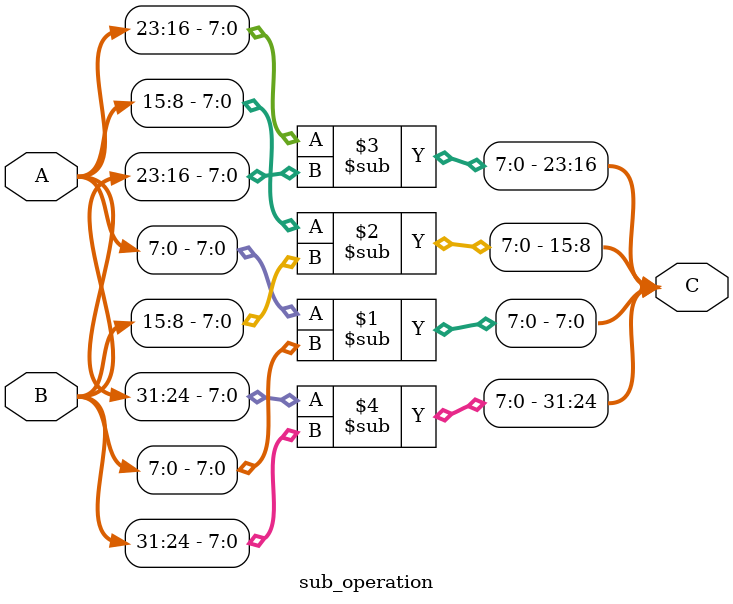
<source format=v>
module sub_operation(
	input wire [31:0] A,
	input wire [31:0] B,
	output [31:0] C
);
 
	
	assign C[7:0] = A[7:0] - B[7:0];
	assign C[15:8] = A[15:8] - B[15:8];
	assign C[23:16] = A[23:16] - B[23:16];
	assign C[31:24] = A[31:24] - B[31:24];
	
endmodule 
</source>
